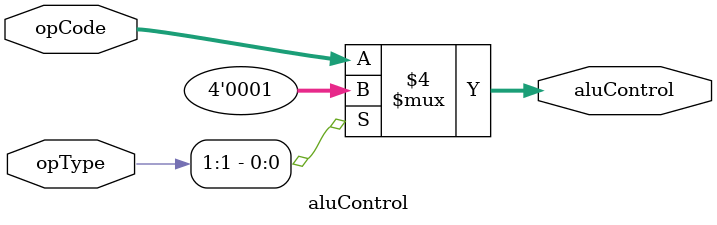
<source format=sv>
module aluControl(input [1:0] opType,input [3:0] opCode,output logic [3:0] aluControl );
	
	always_comb begin
		if(!opType[1])aluControl=opCode; // 00=aritmetica v 01=aritmetica con inmediato pasa el opCode
		else aluControl=4'b0001;//en todos los demas casos se asigna
	
	end

endmodule  
</source>
